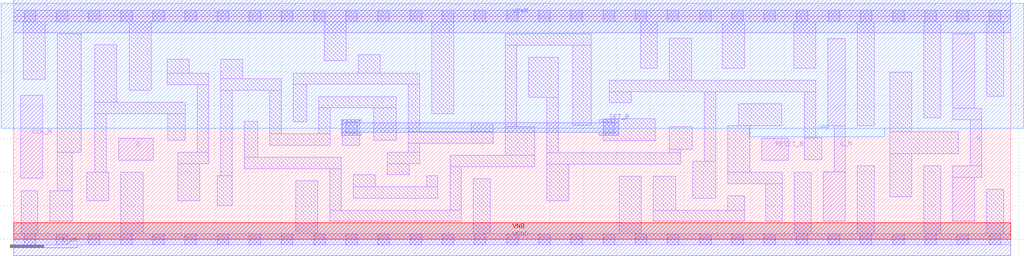
<source format=lef>
# Copyright 2020 The SkyWater PDK Authors
#
# Licensed under the Apache License, Version 2.0 (the "License");
# you may not use this file except in compliance with the License.
# You may obtain a copy of the License at
#
#     https://www.apache.org/licenses/LICENSE-2.0
#
# Unless required by applicable law or agreed to in writing, software
# distributed under the License is distributed on an "AS IS" BASIS,
# WITHOUT WARRANTIES OR CONDITIONS OF ANY KIND, either express or implied.
# See the License for the specific language governing permissions and
# limitations under the License.
#
# SPDX-License-Identifier: Apache-2.0

VERSION 5.7 ;
  NOWIREEXTENSIONATPIN ON ;
  DIVIDERCHAR "/" ;
  BUSBITCHARS "[]" ;
MACRO sky130_fd_sc_lp__dfbbn_2
  CLASS CORE ;
  FOREIGN sky130_fd_sc_lp__dfbbn_2 ;
  ORIGIN  0.000000  0.000000 ;
  SIZE  14.88000 BY  3.330000 ;
  SYMMETRY X Y R90 ;
  SITE unit ;
  PIN D
    ANTENNAGATEAREA  0.126000 ;
    DIRECTION INPUT ;
    USE SIGNAL ;
    PORT
      LAYER li1 ;
        RECT 1.565000 1.180000 2.085000 1.510000 ;
    END
  END D
  PIN Q
    ANTENNADIFFAREA  0.588000 ;
    DIRECTION OUTPUT ;
    USE SIGNAL ;
    PORT
      LAYER li1 ;
        RECT 14.010000 0.265000 14.340000 0.925000 ;
        RECT 14.010000 0.925000 14.445000 1.095000 ;
        RECT 14.010000 1.785000 14.445000 1.955000 ;
        RECT 14.010000 1.955000 14.340000 3.065000 ;
        RECT 14.275000 1.095000 14.445000 1.785000 ;
    END
  END Q
  PIN Q_N
    ANTENNADIFFAREA  0.588000 ;
    DIRECTION OUTPUT ;
    USE SIGNAL ;
    PORT
      LAYER li1 ;
        RECT 12.080000 0.265000 12.410000 1.005000 ;
        RECT 12.150000 1.695000 12.410000 2.990000 ;
        RECT 12.240000 1.005000 12.410000 1.695000 ;
    END
  END Q_N
  PIN RESET_B
    ANTENNAGATEAREA  0.159000 ;
    DIRECTION INPUT ;
    USE SIGNAL ;
    PORT
      LAYER li1 ;
        RECT 11.165000 1.180000 11.560000 1.510000 ;
    END
  END RESET_B
  PIN SET_B
    ANTENNAGATEAREA  0.444000 ;
    DIRECTION INPUT ;
    USE SIGNAL ;
    PORT
      LAYER met1 ;
        RECT 4.895000 1.550000 5.185000 1.595000 ;
        RECT 4.895000 1.595000 9.025000 1.735000 ;
        RECT 4.895000 1.735000 5.185000 1.780000 ;
        RECT 8.735000 1.550000 9.025000 1.595000 ;
        RECT 8.735000 1.735000 9.025000 1.780000 ;
    END
  END SET_B
  PIN CLK_N
    ANTENNAGATEAREA  0.159000 ;
    DIRECTION INPUT ;
    USE CLOCK ;
    PORT
      LAYER li1 ;
        RECT 0.105000 0.910000 0.435000 2.150000 ;
    END
  END CLK_N
  PIN VGND
    DIRECTION INOUT ;
    USE GROUND ;
    PORT
      LAYER met1 ;
        RECT 0.000000 -0.245000 14.880000 0.245000 ;
    END
  END VGND
  PIN VNB
    DIRECTION INOUT ;
    USE GROUND ;
    PORT
      LAYER pwell ;
        RECT 0.000000 0.000000 14.880000 0.245000 ;
    END
  END VNB
  PIN VPB
    DIRECTION INOUT ;
    USE POWER ;
    PORT
      LAYER nwell ;
        RECT -0.190000 1.655000 15.070000 3.520000 ;
        RECT 10.975000 1.530000 13.000000 1.655000 ;
    END
  END VPB
  PIN VPWR
    DIRECTION INOUT ;
    USE POWER ;
    PORT
      LAYER met1 ;
        RECT 0.000000 3.085000 14.880000 3.575000 ;
    END
  END VPWR
  OBS
    LAYER li1 ;
      RECT  0.000000 -0.085000 14.880000 0.085000 ;
      RECT  0.000000  3.245000 14.880000 3.415000 ;
      RECT  0.110000  0.085000  0.360000 0.725000 ;
      RECT  0.140000  2.385000  0.470000 3.245000 ;
      RECT  0.540000  0.265000  0.870000 0.725000 ;
      RECT  0.650000  0.725000  0.870000 1.300000 ;
      RECT  0.650000  1.300000  1.005000 3.065000 ;
      RECT  1.090000  0.575000  1.420000 1.000000 ;
      RECT  1.210000  1.000000  1.380000 1.875000 ;
      RECT  1.210000  1.875000  2.560000 2.045000 ;
      RECT  1.210000  2.045000  1.540000 2.905000 ;
      RECT  1.600000  0.085000  1.930000 1.000000 ;
      RECT  1.720000  2.225000  2.050000 3.245000 ;
      RECT  2.290000  2.305000  2.910000 2.475000 ;
      RECT  2.290000  2.475000  2.620000 2.685000 ;
      RECT  2.295000  1.480000  2.560000 1.875000 ;
      RECT  2.445000  0.575000  2.775000 1.130000 ;
      RECT  2.445000  1.130000  2.910000 1.300000 ;
      RECT  2.740000  1.300000  2.910000 2.305000 ;
      RECT  3.035000  0.500000  3.260000 0.950000 ;
      RECT  3.090000  0.950000  3.260000 2.225000 ;
      RECT  3.090000  2.225000  3.990000 2.395000 ;
      RECT  3.090000  2.395000  3.420000 2.685000 ;
      RECT  3.440000  1.055000  4.885000 1.225000 ;
      RECT  3.440000  1.225000  3.640000 1.760000 ;
      RECT  3.820000  1.405000  4.720000 1.575000 ;
      RECT  3.820000  1.575000  3.990000 2.225000 ;
      RECT  4.170000  1.755000  4.370000 2.310000 ;
      RECT  4.170000  2.310000  6.055000 2.480000 ;
      RECT  4.205000  0.085000  4.535000 0.875000 ;
      RECT  4.550000  1.575000  4.720000 1.960000 ;
      RECT  4.550000  1.960000  5.705000 2.130000 ;
      RECT  4.630000  2.660000  4.960000 3.245000 ;
      RECT  4.715000  0.265000  6.680000 0.435000 ;
      RECT  4.715000  0.435000  4.885000 1.055000 ;
      RECT  4.900000  1.405000  5.165000 1.780000 ;
      RECT  5.065000  0.615000  6.330000 0.785000 ;
      RECT  5.065000  0.785000  5.395000 0.960000 ;
      RECT  5.140000  2.480000  5.470000 2.755000 ;
      RECT  5.375000  1.475000  5.705000 1.960000 ;
      RECT  5.575000  0.965000  5.905000 1.125000 ;
      RECT  5.575000  1.125000  6.055000 1.295000 ;
      RECT  5.885000  1.295000  6.055000 1.435000 ;
      RECT  5.885000  1.435000  7.155000 1.605000 ;
      RECT  5.885000  1.605000  6.055000 2.310000 ;
      RECT  6.160000  0.785000  6.330000 0.945000 ;
      RECT  6.235000  1.875000  6.565000 3.245000 ;
      RECT  6.510000  0.435000  6.680000 1.085000 ;
      RECT  6.510000  1.085000  7.775000 1.255000 ;
      RECT  6.825000  1.605000  7.155000 1.735000 ;
      RECT  6.860000  0.085000  7.110000 0.905000 ;
      RECT  7.335000  1.255000  7.775000 1.675000 ;
      RECT  7.335000  1.675000  7.505000 2.895000 ;
      RECT  7.335000  2.895000  8.615000 3.065000 ;
      RECT  7.685000  2.120000  8.125000 2.715000 ;
      RECT  7.955000  0.575000  8.285000 1.120000 ;
      RECT  7.955000  1.120000  9.955000 1.290000 ;
      RECT  7.955000  1.290000  8.125000 2.120000 ;
      RECT  8.345000  1.700000  8.615000 2.895000 ;
      RECT  8.795000  1.470000  9.575000 1.800000 ;
      RECT  8.885000  2.040000  9.215000 2.200000 ;
      RECT  8.885000  2.200000 11.965000 2.370000 ;
      RECT  9.035000  0.085000  9.365000 0.940000 ;
      RECT  9.355000  2.550000  9.605000 3.245000 ;
      RECT  9.545000  0.265000 10.905000 0.435000 ;
      RECT  9.545000  0.435000  9.875000 0.940000 ;
      RECT  9.785000  1.290000  9.955000 1.345000 ;
      RECT  9.785000  1.345000 10.125000 1.675000 ;
      RECT  9.785000  2.370000 10.115000 3.000000 ;
      RECT 10.135000  0.615000 10.475000 1.165000 ;
      RECT 10.305000  1.165000 10.475000 2.200000 ;
      RECT 10.575000  2.550000 10.905000 3.245000 ;
      RECT 10.655000  0.435000 10.905000 0.650000 ;
      RECT 10.655000  0.830000 11.470000 1.000000 ;
      RECT 10.655000  1.000000 10.985000 1.690000 ;
      RECT 10.815000  1.690000 11.460000 2.020000 ;
      RECT 11.220000  0.265000 11.470000 0.830000 ;
      RECT 11.640000  2.550000 11.970000 3.245000 ;
      RECT 11.650000  0.085000 11.900000 1.000000 ;
      RECT 11.795000  1.185000 12.060000 1.515000 ;
      RECT 11.795000  1.515000 11.965000 2.200000 ;
      RECT 12.590000  0.085000 12.840000 1.095000 ;
      RECT 12.590000  1.690000 12.840000 3.245000 ;
      RECT 13.070000  0.635000 13.400000 1.275000 ;
      RECT 13.070000  1.275000 14.095000 1.605000 ;
      RECT 13.070000  1.605000 13.400000 2.495000 ;
      RECT 13.580000  0.085000 13.830000 1.095000 ;
      RECT 13.580000  1.815000 13.830000 3.245000 ;
      RECT 14.520000  0.085000 14.770000 0.745000 ;
      RECT 14.520000  2.135000 14.770000 3.245000 ;
    LAYER mcon ;
      RECT  0.155000 -0.085000  0.325000 0.085000 ;
      RECT  0.155000  3.245000  0.325000 3.415000 ;
      RECT  0.635000 -0.085000  0.805000 0.085000 ;
      RECT  0.635000  3.245000  0.805000 3.415000 ;
      RECT  1.115000 -0.085000  1.285000 0.085000 ;
      RECT  1.115000  3.245000  1.285000 3.415000 ;
      RECT  1.595000 -0.085000  1.765000 0.085000 ;
      RECT  1.595000  3.245000  1.765000 3.415000 ;
      RECT  2.075000 -0.085000  2.245000 0.085000 ;
      RECT  2.075000  3.245000  2.245000 3.415000 ;
      RECT  2.555000 -0.085000  2.725000 0.085000 ;
      RECT  2.555000  3.245000  2.725000 3.415000 ;
      RECT  3.035000 -0.085000  3.205000 0.085000 ;
      RECT  3.035000  3.245000  3.205000 3.415000 ;
      RECT  3.515000 -0.085000  3.685000 0.085000 ;
      RECT  3.515000  3.245000  3.685000 3.415000 ;
      RECT  3.995000 -0.085000  4.165000 0.085000 ;
      RECT  3.995000  3.245000  4.165000 3.415000 ;
      RECT  4.475000 -0.085000  4.645000 0.085000 ;
      RECT  4.475000  3.245000  4.645000 3.415000 ;
      RECT  4.955000 -0.085000  5.125000 0.085000 ;
      RECT  4.955000  1.580000  5.125000 1.750000 ;
      RECT  4.955000  3.245000  5.125000 3.415000 ;
      RECT  5.435000 -0.085000  5.605000 0.085000 ;
      RECT  5.435000  3.245000  5.605000 3.415000 ;
      RECT  5.915000 -0.085000  6.085000 0.085000 ;
      RECT  5.915000  3.245000  6.085000 3.415000 ;
      RECT  6.395000 -0.085000  6.565000 0.085000 ;
      RECT  6.395000  3.245000  6.565000 3.415000 ;
      RECT  6.875000 -0.085000  7.045000 0.085000 ;
      RECT  6.875000  3.245000  7.045000 3.415000 ;
      RECT  7.355000 -0.085000  7.525000 0.085000 ;
      RECT  7.355000  3.245000  7.525000 3.415000 ;
      RECT  7.835000 -0.085000  8.005000 0.085000 ;
      RECT  7.835000  3.245000  8.005000 3.415000 ;
      RECT  8.315000 -0.085000  8.485000 0.085000 ;
      RECT  8.315000  3.245000  8.485000 3.415000 ;
      RECT  8.795000 -0.085000  8.965000 0.085000 ;
      RECT  8.795000  1.580000  8.965000 1.750000 ;
      RECT  8.795000  3.245000  8.965000 3.415000 ;
      RECT  9.275000 -0.085000  9.445000 0.085000 ;
      RECT  9.275000  3.245000  9.445000 3.415000 ;
      RECT  9.755000 -0.085000  9.925000 0.085000 ;
      RECT  9.755000  3.245000  9.925000 3.415000 ;
      RECT 10.235000 -0.085000 10.405000 0.085000 ;
      RECT 10.235000  3.245000 10.405000 3.415000 ;
      RECT 10.715000 -0.085000 10.885000 0.085000 ;
      RECT 10.715000  3.245000 10.885000 3.415000 ;
      RECT 11.195000 -0.085000 11.365000 0.085000 ;
      RECT 11.195000  3.245000 11.365000 3.415000 ;
      RECT 11.675000 -0.085000 11.845000 0.085000 ;
      RECT 11.675000  3.245000 11.845000 3.415000 ;
      RECT 12.155000 -0.085000 12.325000 0.085000 ;
      RECT 12.155000  3.245000 12.325000 3.415000 ;
      RECT 12.635000 -0.085000 12.805000 0.085000 ;
      RECT 12.635000  3.245000 12.805000 3.415000 ;
      RECT 13.115000 -0.085000 13.285000 0.085000 ;
      RECT 13.115000  3.245000 13.285000 3.415000 ;
      RECT 13.595000 -0.085000 13.765000 0.085000 ;
      RECT 13.595000  3.245000 13.765000 3.415000 ;
      RECT 14.075000 -0.085000 14.245000 0.085000 ;
      RECT 14.075000  3.245000 14.245000 3.415000 ;
      RECT 14.555000 -0.085000 14.725000 0.085000 ;
      RECT 14.555000  3.245000 14.725000 3.415000 ;
  END
END sky130_fd_sc_lp__dfbbn_2
END LIBRARY

</source>
